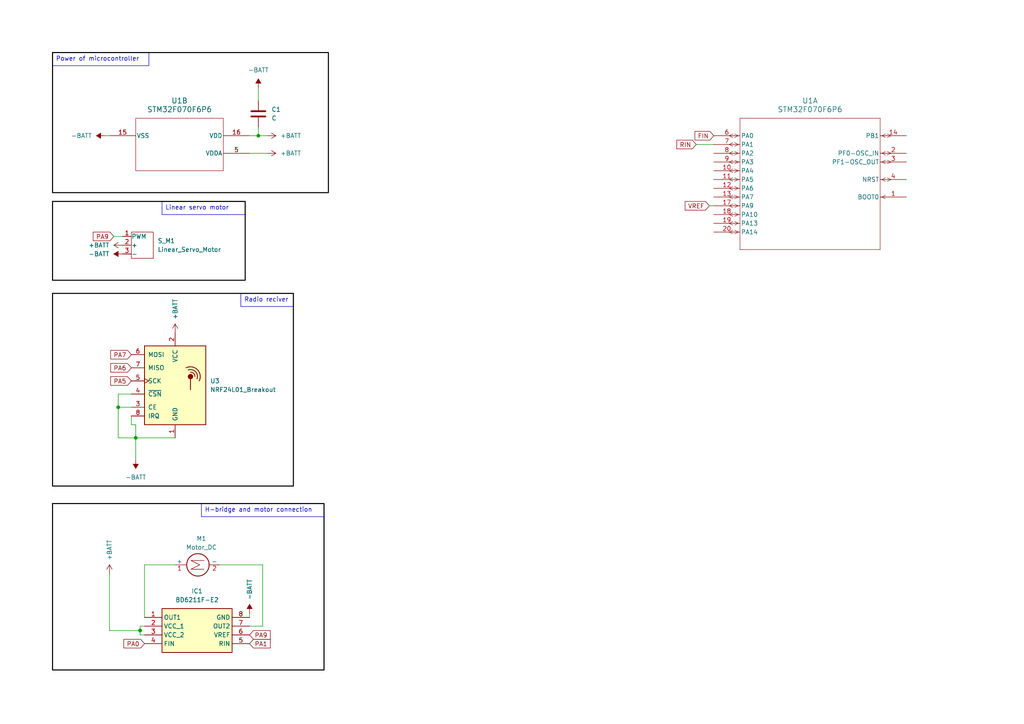
<source format=kicad_sch>
(kicad_sch (version 20230121) (generator eeschema)

  (uuid 0b835094-f9c0-45ab-a312-d1f27d043c8e)

  (paper "A4")

  (lib_symbols
    (symbol "2023-11-22_23-54-19:STM32F070F6P6" (pin_names (offset 0.254)) (in_bom yes) (on_board yes)
      (property "Reference" "U" (at 27.94 10.16 0)
        (effects (font (size 1.524 1.524)))
      )
      (property "Value" "STM32F070F6P6" (at 27.94 7.62 0)
        (effects (font (size 1.524 1.524)))
      )
      (property "Footprint" "TSSOP20" (at 0 0 0)
        (effects (font (size 1.27 1.27) italic) hide)
      )
      (property "Datasheet" "STM32F070F6P6" (at 0 0 0)
        (effects (font (size 1.27 1.27) italic) hide)
      )
      (property "ki_locked" "" (at 0 0 0)
        (effects (font (size 1.27 1.27)))
      )
      (property "ki_keywords" "STM32F070F6P6" (at 0 0 0)
        (effects (font (size 1.27 1.27)) hide)
      )
      (property "ki_fp_filters" "TSSOP20 TSSOP20-M TSSOP20-L" (at 0 0 0)
        (effects (font (size 1.27 1.27)) hide)
      )
      (symbol "STM32F070F6P6_1_1"
        (polyline
          (pts
            (xy 5.5372 -28.4607)
            (xy 4.4958 -27.94)
          )
          (stroke (width 0.127) (type default))
          (fill (type none))
        )
        (polyline
          (pts
            (xy 5.5372 -27.4193)
            (xy 4.4958 -27.94)
          )
          (stroke (width 0.127) (type default))
          (fill (type none))
        )
        (polyline
          (pts
            (xy 5.5372 -25.9207)
            (xy 4.4958 -25.4)
          )
          (stroke (width 0.127) (type default))
          (fill (type none))
        )
        (polyline
          (pts
            (xy 5.5372 -24.8793)
            (xy 4.4958 -25.4)
          )
          (stroke (width 0.127) (type default))
          (fill (type none))
        )
        (polyline
          (pts
            (xy 5.5372 -23.3807)
            (xy 4.4958 -22.86)
          )
          (stroke (width 0.127) (type default))
          (fill (type none))
        )
        (polyline
          (pts
            (xy 5.5372 -22.3393)
            (xy 4.4958 -22.86)
          )
          (stroke (width 0.127) (type default))
          (fill (type none))
        )
        (polyline
          (pts
            (xy 5.5372 -20.8407)
            (xy 4.4958 -20.32)
          )
          (stroke (width 0.127) (type default))
          (fill (type none))
        )
        (polyline
          (pts
            (xy 5.5372 -19.7993)
            (xy 4.4958 -20.32)
          )
          (stroke (width 0.127) (type default))
          (fill (type none))
        )
        (polyline
          (pts
            (xy 5.5372 -18.3007)
            (xy 4.4958 -17.78)
          )
          (stroke (width 0.127) (type default))
          (fill (type none))
        )
        (polyline
          (pts
            (xy 5.5372 -17.2593)
            (xy 4.4958 -17.78)
          )
          (stroke (width 0.127) (type default))
          (fill (type none))
        )
        (polyline
          (pts
            (xy 5.5372 -15.7607)
            (xy 4.4958 -15.24)
          )
          (stroke (width 0.127) (type default))
          (fill (type none))
        )
        (polyline
          (pts
            (xy 5.5372 -14.7193)
            (xy 4.4958 -15.24)
          )
          (stroke (width 0.127) (type default))
          (fill (type none))
        )
        (polyline
          (pts
            (xy 5.5372 -13.2207)
            (xy 4.4958 -12.7)
          )
          (stroke (width 0.127) (type default))
          (fill (type none))
        )
        (polyline
          (pts
            (xy 5.5372 -12.1793)
            (xy 4.4958 -12.7)
          )
          (stroke (width 0.127) (type default))
          (fill (type none))
        )
        (polyline
          (pts
            (xy 5.5372 -10.6807)
            (xy 4.4958 -10.16)
          )
          (stroke (width 0.127) (type default))
          (fill (type none))
        )
        (polyline
          (pts
            (xy 5.5372 -9.6393)
            (xy 4.4958 -10.16)
          )
          (stroke (width 0.127) (type default))
          (fill (type none))
        )
        (polyline
          (pts
            (xy 5.5372 -8.1407)
            (xy 4.4958 -7.62)
          )
          (stroke (width 0.127) (type default))
          (fill (type none))
        )
        (polyline
          (pts
            (xy 5.5372 -7.0993)
            (xy 4.4958 -7.62)
          )
          (stroke (width 0.127) (type default))
          (fill (type none))
        )
        (polyline
          (pts
            (xy 5.5372 -5.6007)
            (xy 4.4958 -5.08)
          )
          (stroke (width 0.127) (type default))
          (fill (type none))
        )
        (polyline
          (pts
            (xy 5.5372 -4.5593)
            (xy 4.4958 -5.08)
          )
          (stroke (width 0.127) (type default))
          (fill (type none))
        )
        (polyline
          (pts
            (xy 5.5372 -3.0607)
            (xy 4.4958 -2.54)
          )
          (stroke (width 0.127) (type default))
          (fill (type none))
        )
        (polyline
          (pts
            (xy 5.5372 -2.0193)
            (xy 4.4958 -2.54)
          )
          (stroke (width 0.127) (type default))
          (fill (type none))
        )
        (polyline
          (pts
            (xy 5.5372 -0.5207)
            (xy 4.4958 0)
          )
          (stroke (width 0.127) (type default))
          (fill (type none))
        )
        (polyline
          (pts
            (xy 5.5372 0.5207)
            (xy 4.4958 0)
          )
          (stroke (width 0.127) (type default))
          (fill (type none))
        )
        (polyline
          (pts
            (xy 7.0993 -27.94)
            (xy 6.0579 -28.4607)
          )
          (stroke (width 0.127) (type default))
          (fill (type none))
        )
        (polyline
          (pts
            (xy 7.0993 -27.94)
            (xy 6.0579 -27.4193)
          )
          (stroke (width 0.127) (type default))
          (fill (type none))
        )
        (polyline
          (pts
            (xy 7.0993 -25.4)
            (xy 6.0579 -25.9207)
          )
          (stroke (width 0.127) (type default))
          (fill (type none))
        )
        (polyline
          (pts
            (xy 7.0993 -25.4)
            (xy 6.0579 -24.8793)
          )
          (stroke (width 0.127) (type default))
          (fill (type none))
        )
        (polyline
          (pts
            (xy 7.0993 -22.86)
            (xy 6.0579 -23.3807)
          )
          (stroke (width 0.127) (type default))
          (fill (type none))
        )
        (polyline
          (pts
            (xy 7.0993 -22.86)
            (xy 6.0579 -22.3393)
          )
          (stroke (width 0.127) (type default))
          (fill (type none))
        )
        (polyline
          (pts
            (xy 7.0993 -20.32)
            (xy 6.0579 -20.8407)
          )
          (stroke (width 0.127) (type default))
          (fill (type none))
        )
        (polyline
          (pts
            (xy 7.0993 -20.32)
            (xy 6.0579 -19.7993)
          )
          (stroke (width 0.127) (type default))
          (fill (type none))
        )
        (polyline
          (pts
            (xy 7.0993 -17.78)
            (xy 6.0579 -18.3007)
          )
          (stroke (width 0.127) (type default))
          (fill (type none))
        )
        (polyline
          (pts
            (xy 7.0993 -17.78)
            (xy 6.0579 -17.2593)
          )
          (stroke (width 0.127) (type default))
          (fill (type none))
        )
        (polyline
          (pts
            (xy 7.0993 -15.24)
            (xy 6.0579 -15.7607)
          )
          (stroke (width 0.127) (type default))
          (fill (type none))
        )
        (polyline
          (pts
            (xy 7.0993 -15.24)
            (xy 6.0579 -14.7193)
          )
          (stroke (width 0.127) (type default))
          (fill (type none))
        )
        (polyline
          (pts
            (xy 7.0993 -12.7)
            (xy 6.0579 -13.2207)
          )
          (stroke (width 0.127) (type default))
          (fill (type none))
        )
        (polyline
          (pts
            (xy 7.0993 -12.7)
            (xy 6.0579 -12.1793)
          )
          (stroke (width 0.127) (type default))
          (fill (type none))
        )
        (polyline
          (pts
            (xy 7.0993 -10.16)
            (xy 6.0579 -10.6807)
          )
          (stroke (width 0.127) (type default))
          (fill (type none))
        )
        (polyline
          (pts
            (xy 7.0993 -10.16)
            (xy 6.0579 -9.6393)
          )
          (stroke (width 0.127) (type default))
          (fill (type none))
        )
        (polyline
          (pts
            (xy 7.0993 -7.62)
            (xy 6.0579 -8.1407)
          )
          (stroke (width 0.127) (type default))
          (fill (type none))
        )
        (polyline
          (pts
            (xy 7.0993 -7.62)
            (xy 6.0579 -7.0993)
          )
          (stroke (width 0.127) (type default))
          (fill (type none))
        )
        (polyline
          (pts
            (xy 7.0993 -5.08)
            (xy 6.0579 -5.6007)
          )
          (stroke (width 0.127) (type default))
          (fill (type none))
        )
        (polyline
          (pts
            (xy 7.0993 -5.08)
            (xy 6.0579 -4.5593)
          )
          (stroke (width 0.127) (type default))
          (fill (type none))
        )
        (polyline
          (pts
            (xy 7.0993 -2.54)
            (xy 6.0579 -3.0607)
          )
          (stroke (width 0.127) (type default))
          (fill (type none))
        )
        (polyline
          (pts
            (xy 7.0993 -2.54)
            (xy 6.0579 -2.0193)
          )
          (stroke (width 0.127) (type default))
          (fill (type none))
        )
        (polyline
          (pts
            (xy 7.0993 0)
            (xy 6.0579 -0.5207)
          )
          (stroke (width 0.127) (type default))
          (fill (type none))
        )
        (polyline
          (pts
            (xy 7.0993 0)
            (xy 6.0579 0.5207)
          )
          (stroke (width 0.127) (type default))
          (fill (type none))
        )
        (polyline
          (pts
            (xy 7.62 -33.02)
            (xy 48.26 -33.02)
          )
          (stroke (width 0.127) (type default))
          (fill (type none))
        )
        (polyline
          (pts
            (xy 7.62 5.08)
            (xy 7.62 -33.02)
          )
          (stroke (width 0.127) (type default))
          (fill (type none))
        )
        (polyline
          (pts
            (xy 48.26 -33.02)
            (xy 48.26 5.08)
          )
          (stroke (width 0.127) (type default))
          (fill (type none))
        )
        (polyline
          (pts
            (xy 48.26 5.08)
            (xy 7.62 5.08)
          )
          (stroke (width 0.127) (type default))
          (fill (type none))
        )
        (polyline
          (pts
            (xy 48.7807 -17.78)
            (xy 49.8221 -18.3007)
          )
          (stroke (width 0.127) (type default))
          (fill (type none))
        )
        (polyline
          (pts
            (xy 48.7807 -17.78)
            (xy 49.8221 -17.2593)
          )
          (stroke (width 0.127) (type default))
          (fill (type none))
        )
        (polyline
          (pts
            (xy 48.7807 -12.7)
            (xy 49.8221 -13.2207)
          )
          (stroke (width 0.127) (type default))
          (fill (type none))
        )
        (polyline
          (pts
            (xy 48.7807 -12.7)
            (xy 49.8221 -12.1793)
          )
          (stroke (width 0.127) (type default))
          (fill (type none))
        )
        (polyline
          (pts
            (xy 48.7807 -7.62)
            (xy 49.8221 -8.1407)
          )
          (stroke (width 0.127) (type default))
          (fill (type none))
        )
        (polyline
          (pts
            (xy 48.7807 -7.62)
            (xy 49.8221 -7.0993)
          )
          (stroke (width 0.127) (type default))
          (fill (type none))
        )
        (polyline
          (pts
            (xy 48.7807 -5.08)
            (xy 49.8221 -5.6007)
          )
          (stroke (width 0.127) (type default))
          (fill (type none))
        )
        (polyline
          (pts
            (xy 48.7807 -5.08)
            (xy 49.8221 -4.5593)
          )
          (stroke (width 0.127) (type default))
          (fill (type none))
        )
        (polyline
          (pts
            (xy 48.7807 0)
            (xy 49.8221 -0.5207)
          )
          (stroke (width 0.127) (type default))
          (fill (type none))
        )
        (polyline
          (pts
            (xy 48.7807 0)
            (xy 49.8221 0.5207)
          )
          (stroke (width 0.127) (type default))
          (fill (type none))
        )
        (polyline
          (pts
            (xy 50.3428 -13.2207)
            (xy 51.3842 -12.7)
          )
          (stroke (width 0.127) (type default))
          (fill (type none))
        )
        (polyline
          (pts
            (xy 50.3428 -12.1793)
            (xy 51.3842 -12.7)
          )
          (stroke (width 0.127) (type default))
          (fill (type none))
        )
        (polyline
          (pts
            (xy 50.3428 -8.1407)
            (xy 51.3842 -7.62)
          )
          (stroke (width 0.127) (type default))
          (fill (type none))
        )
        (polyline
          (pts
            (xy 50.3428 -7.0993)
            (xy 51.3842 -7.62)
          )
          (stroke (width 0.127) (type default))
          (fill (type none))
        )
        (polyline
          (pts
            (xy 50.3428 -5.6007)
            (xy 51.3842 -5.08)
          )
          (stroke (width 0.127) (type default))
          (fill (type none))
        )
        (polyline
          (pts
            (xy 50.3428 -4.5593)
            (xy 51.3842 -5.08)
          )
          (stroke (width 0.127) (type default))
          (fill (type none))
        )
        (polyline
          (pts
            (xy 50.3428 -0.5207)
            (xy 51.3842 0)
          )
          (stroke (width 0.127) (type default))
          (fill (type none))
        )
        (polyline
          (pts
            (xy 50.3428 0.5207)
            (xy 51.3842 0)
          )
          (stroke (width 0.127) (type default))
          (fill (type none))
        )
        (pin input line (at 55.88 -17.78 180) (length 7.62)
          (name "BOOT0" (effects (font (size 1.27 1.27))))
          (number "1" (effects (font (size 1.27 1.27))))
        )
        (pin bidirectional line (at 0 -10.16 0) (length 7.62)
          (name "PA4" (effects (font (size 1.27 1.27))))
          (number "10" (effects (font (size 1.27 1.27))))
        )
        (pin bidirectional line (at 0 -12.7 0) (length 7.62)
          (name "PA5" (effects (font (size 1.27 1.27))))
          (number "11" (effects (font (size 1.27 1.27))))
        )
        (pin bidirectional line (at 0 -15.24 0) (length 7.62)
          (name "PA6" (effects (font (size 1.27 1.27))))
          (number "12" (effects (font (size 1.27 1.27))))
        )
        (pin bidirectional line (at 0 -17.78 0) (length 7.62)
          (name "PA7" (effects (font (size 1.27 1.27))))
          (number "13" (effects (font (size 1.27 1.27))))
        )
        (pin bidirectional line (at 55.88 0 180) (length 7.62)
          (name "PB1" (effects (font (size 1.27 1.27))))
          (number "14" (effects (font (size 1.27 1.27))))
        )
        (pin bidirectional line (at 0 -20.32 0) (length 7.62)
          (name "PA9" (effects (font (size 1.27 1.27))))
          (number "17" (effects (font (size 1.27 1.27))))
        )
        (pin bidirectional line (at 0 -22.86 0) (length 7.62)
          (name "PA10" (effects (font (size 1.27 1.27))))
          (number "18" (effects (font (size 1.27 1.27))))
        )
        (pin bidirectional line (at 0 -25.4 0) (length 7.62)
          (name "PA13" (effects (font (size 1.27 1.27))))
          (number "19" (effects (font (size 1.27 1.27))))
        )
        (pin bidirectional line (at 55.88 -5.08 180) (length 7.62)
          (name "PF0-OSC_IN" (effects (font (size 1.27 1.27))))
          (number "2" (effects (font (size 1.27 1.27))))
        )
        (pin bidirectional line (at 0 -27.94 0) (length 7.62)
          (name "PA14" (effects (font (size 1.27 1.27))))
          (number "20" (effects (font (size 1.27 1.27))))
        )
        (pin bidirectional line (at 55.88 -7.62 180) (length 7.62)
          (name "PF1-OSC_OUT" (effects (font (size 1.27 1.27))))
          (number "3" (effects (font (size 1.27 1.27))))
        )
        (pin bidirectional line (at 55.88 -12.7 180) (length 7.62)
          (name "NRST" (effects (font (size 1.27 1.27))))
          (number "4" (effects (font (size 1.27 1.27))))
        )
        (pin bidirectional line (at 0 0 0) (length 7.62)
          (name "PA0" (effects (font (size 1.27 1.27))))
          (number "6" (effects (font (size 1.27 1.27))))
        )
        (pin bidirectional line (at 0 -2.54 0) (length 7.62)
          (name "PA1" (effects (font (size 1.27 1.27))))
          (number "7" (effects (font (size 1.27 1.27))))
        )
        (pin bidirectional line (at 0 -5.08 0) (length 7.62)
          (name "PA2" (effects (font (size 1.27 1.27))))
          (number "8" (effects (font (size 1.27 1.27))))
        )
        (pin bidirectional line (at 0 -7.62 0) (length 7.62)
          (name "PA3" (effects (font (size 1.27 1.27))))
          (number "9" (effects (font (size 1.27 1.27))))
        )
      )
      (symbol "STM32F070F6P6_2_1"
        (polyline
          (pts
            (xy 7.62 -10.16)
            (xy 33.02 -10.16)
          )
          (stroke (width 0.127) (type default))
          (fill (type none))
        )
        (polyline
          (pts
            (xy 7.62 5.08)
            (xy 7.62 -10.16)
          )
          (stroke (width 0.127) (type default))
          (fill (type none))
        )
        (polyline
          (pts
            (xy 33.02 -10.16)
            (xy 33.02 5.08)
          )
          (stroke (width 0.127) (type default))
          (fill (type none))
        )
        (polyline
          (pts
            (xy 33.02 5.08)
            (xy 7.62 5.08)
          )
          (stroke (width 0.127) (type default))
          (fill (type none))
        )
        (pin power_in line (at 0 0 0) (length 7.62)
          (name "VSS" (effects (font (size 1.27 1.27))))
          (number "15" (effects (font (size 1.27 1.27))))
        )
        (pin power_in line (at 40.64 0 180) (length 7.62)
          (name "VDD" (effects (font (size 1.27 1.27))))
          (number "16" (effects (font (size 1.27 1.27))))
        )
        (pin power_in line (at 40.64 -5.08 180) (length 7.62)
          (name "VDDA" (effects (font (size 1.27 1.27))))
          (number "5" (effects (font (size 1.27 1.27))))
        )
      )
    )
    (symbol "Device:C" (pin_numbers hide) (pin_names (offset 0.254)) (in_bom yes) (on_board yes)
      (property "Reference" "C" (at 0.635 2.54 0)
        (effects (font (size 1.27 1.27)) (justify left))
      )
      (property "Value" "C" (at 0.635 -2.54 0)
        (effects (font (size 1.27 1.27)) (justify left))
      )
      (property "Footprint" "" (at 0.9652 -3.81 0)
        (effects (font (size 1.27 1.27)) hide)
      )
      (property "Datasheet" "~" (at 0 0 0)
        (effects (font (size 1.27 1.27)) hide)
      )
      (property "ki_keywords" "cap capacitor" (at 0 0 0)
        (effects (font (size 1.27 1.27)) hide)
      )
      (property "ki_description" "Unpolarized capacitor" (at 0 0 0)
        (effects (font (size 1.27 1.27)) hide)
      )
      (property "ki_fp_filters" "C_*" (at 0 0 0)
        (effects (font (size 1.27 1.27)) hide)
      )
      (symbol "C_0_1"
        (polyline
          (pts
            (xy -2.032 -0.762)
            (xy 2.032 -0.762)
          )
          (stroke (width 0.508) (type default))
          (fill (type none))
        )
        (polyline
          (pts
            (xy -2.032 0.762)
            (xy 2.032 0.762)
          )
          (stroke (width 0.508) (type default))
          (fill (type none))
        )
      )
      (symbol "C_1_1"
        (pin passive line (at 0 3.81 270) (length 2.794)
          (name "~" (effects (font (size 1.27 1.27))))
          (number "1" (effects (font (size 1.27 1.27))))
        )
        (pin passive line (at 0 -3.81 90) (length 2.794)
          (name "~" (effects (font (size 1.27 1.27))))
          (number "2" (effects (font (size 1.27 1.27))))
        )
      )
    )
    (symbol "Motor:Motor_DC" (pin_names (offset 0)) (in_bom yes) (on_board yes)
      (property "Reference" "M" (at 2.54 2.54 0)
        (effects (font (size 1.27 1.27)) (justify left))
      )
      (property "Value" "Motor_DC" (at 2.54 -5.08 0)
        (effects (font (size 1.27 1.27)) (justify left top))
      )
      (property "Footprint" "" (at 0 -2.286 0)
        (effects (font (size 1.27 1.27)) hide)
      )
      (property "Datasheet" "~" (at 0 -2.286 0)
        (effects (font (size 1.27 1.27)) hide)
      )
      (property "ki_keywords" "DC Motor" (at 0 0 0)
        (effects (font (size 1.27 1.27)) hide)
      )
      (property "ki_description" "DC Motor" (at 0 0 0)
        (effects (font (size 1.27 1.27)) hide)
      )
      (property "ki_fp_filters" "PinHeader*P2.54mm* TerminalBlock*" (at 0 0 0)
        (effects (font (size 1.27 1.27)) hide)
      )
      (symbol "Motor_DC_0_0"
        (polyline
          (pts
            (xy -1.27 -3.302)
            (xy -1.27 0.508)
            (xy 0 -2.032)
            (xy 1.27 0.508)
            (xy 1.27 -3.302)
          )
          (stroke (width 0) (type default))
          (fill (type none))
        )
      )
      (symbol "Motor_DC_0_1"
        (circle (center 0 -1.524) (radius 3.2512)
          (stroke (width 0.254) (type default))
          (fill (type none))
        )
        (polyline
          (pts
            (xy 0 -7.62)
            (xy 0 -7.112)
          )
          (stroke (width 0) (type default))
          (fill (type none))
        )
        (polyline
          (pts
            (xy 0 -4.7752)
            (xy 0 -5.1816)
          )
          (stroke (width 0) (type default))
          (fill (type none))
        )
        (polyline
          (pts
            (xy 0 1.7272)
            (xy 0 2.0828)
          )
          (stroke (width 0) (type default))
          (fill (type none))
        )
        (polyline
          (pts
            (xy 0 2.032)
            (xy 0 2.54)
          )
          (stroke (width 0) (type default))
          (fill (type none))
        )
      )
      (symbol "Motor_DC_1_1"
        (pin passive line (at 0 5.08 270) (length 2.54)
          (name "+" (effects (font (size 1.27 1.27))))
          (number "1" (effects (font (size 1.27 1.27))))
        )
        (pin passive line (at 0 -7.62 90) (length 2.54)
          (name "-" (effects (font (size 1.27 1.27))))
          (number "2" (effects (font (size 1.27 1.27))))
        )
      )
    )
    (symbol "Motor:Motor_Servo" (pin_names (offset 0.0254)) (in_bom yes) (on_board yes)
      (property "Reference" "S_M" (at -3.81 7.62 0)
        (effects (font (size 1.27 1.27)) (justify left))
      )
      (property "Value" "Linear_Servo_Motor" (at -13.97 -3.81 0)
        (effects (font (size 1.27 1.27)) (justify left top))
      )
      (property "Footprint" "" (at 0 -3.556 0)
        (effects (font (size 1.27 1.27)) hide)
      )
      (property "Datasheet" "" (at 0 -3.556 0)
        (effects (font (size 1.27 1.27)) hide)
      )
      (property "ki_keywords" "Servo Motor" (at 0 0 0)
        (effects (font (size 1.27 1.27)) hide)
      )
      (property "ki_description" "Servo Motor (Futaba, HiTec, JR connector)" (at 0 0 0)
        (effects (font (size 1.27 1.27)) hide)
      )
      (property "ki_fp_filters" "PinHeader*P2.54mm*" (at 0 0 0)
        (effects (font (size 1.27 1.27)) hide)
      )
      (symbol "Motor_Servo_0_1"
        (polyline
          (pts
            (xy -5.08 3.81)
            (xy -5.08 5.08)
            (xy 1.27 5.08)
            (xy 1.27 -2.54)
            (xy -5.08 -2.54)
            (xy -5.08 3.81)
          )
          (stroke (width 0) (type default))
          (fill (type none))
        )
      )
      (symbol "Motor_Servo_1_1"
        (pin passive line (at -7.62 3.81 0) (length 2.54)
          (name "PWM" (effects (font (size 1.27 1.27))))
          (number "1" (effects (font (size 1.27 1.27))))
        )
        (pin passive line (at -7.62 1.27 0) (length 2.54)
          (name "+" (effects (font (size 1.27 1.27))))
          (number "2" (effects (font (size 1.27 1.27))))
        )
        (pin passive line (at -7.62 -1.27 0) (length 2.54)
          (name "-" (effects (font (size 1.27 1.27))))
          (number "3" (effects (font (size 1.27 1.27))))
        )
      )
    )
    (symbol "NRF24L01_Breakout_1" (pin_names (offset 1.016)) (in_bom yes) (on_board yes)
      (property "Reference" "U2" (at 10.16 1.27 0)
        (effects (font (size 1.27 1.27)) (justify left))
      )
      (property "Value" "NRF24L01_Breakout" (at 10.16 -1.27 0)
        (effects (font (size 1.27 1.27)) (justify left))
      )
      (property "Footprint" "RF_Module:nRF24L01_Breakout" (at 3.81 15.24 0)
        (effects (font (size 1.27 1.27) italic) (justify left) hide)
      )
      (property "Datasheet" "http://www.nordicsemi.com/eng/content/download/2730/34105/file/nRF24L01_Product_Specification_v2_0.pdf" (at 0 -2.54 0)
        (effects (font (size 1.27 1.27)) hide)
      )
      (property "ki_keywords" "Low Power RF Transceiver breakout carrier" (at 0 0 0)
        (effects (font (size 1.27 1.27)) hide)
      )
      (property "ki_description" "Ultra low power 2.4GHz RF Transceiver, Carrier PCB" (at 0 0 0)
        (effects (font (size 1.27 1.27)) hide)
      )
      (property "ki_fp_filters" "nRF24L01*Breakout*" (at 0 0 0)
        (effects (font (size 1.27 1.27)) hide)
      )
      (symbol "NRF24L01_Breakout_1_0_1"
        (rectangle (start -8.89 11.43) (end 8.89 -11.43)
          (stroke (width 0.254) (type default))
          (fill (type background))
        )
        (polyline
          (pts
            (xy 4.445 1.905)
            (xy 4.445 -1.27)
          )
          (stroke (width 0.254) (type default))
          (fill (type none))
        )
        (circle (center 4.445 2.54) (radius 0.635)
          (stroke (width 0.254) (type default))
          (fill (type outline))
        )
        (arc (start 5.715 2.54) (mid 5.3521 3.4546) (end 4.445 3.81)
          (stroke (width 0.254) (type default))
          (fill (type none))
        )
        (arc (start 6.35 1.905) (mid 5.8763 3.9854) (end 3.81 4.445)
          (stroke (width 0.254) (type default))
          (fill (type none))
        )
        (arc (start 6.985 1.27) (mid 6.453 4.548) (end 3.175 5.08)
          (stroke (width 0.254) (type default))
          (fill (type none))
        )
      )
      (symbol "NRF24L01_Breakout_1_1_1"
        (pin power_in line (at 0 -15.24 90) (length 3.81)
          (name "GND" (effects (font (size 1.27 1.27))))
          (number "1" (effects (font (size 1.27 1.27))))
        )
        (pin power_in line (at 0 15.24 270) (length 3.81)
          (name "VCC" (effects (font (size 1.27 1.27))))
          (number "2" (effects (font (size 1.27 1.27))))
        )
        (pin input line (at -12.7 -6.35 0) (length 3.81)
          (name "CE" (effects (font (size 1.27 1.27))))
          (number "3" (effects (font (size 1.27 1.27))))
        )
        (pin input line (at -12.7 -2.54 0) (length 3.81)
          (name "~{CSN}" (effects (font (size 1.27 1.27))))
          (number "4" (effects (font (size 1.27 1.27))))
        )
        (pin input clock (at -12.7 1.27 0) (length 3.81)
          (name "SCK" (effects (font (size 1.27 1.27))))
          (number "5" (effects (font (size 1.27 1.27))))
        )
        (pin input line (at -12.7 8.89 0) (length 3.81)
          (name "MOSI" (effects (font (size 1.27 1.27))))
          (number "6" (effects (font (size 1.27 1.27))))
        )
        (pin output line (at -12.7 5.08 0) (length 3.81)
          (name "MISO" (effects (font (size 1.27 1.27))))
          (number "7" (effects (font (size 1.27 1.27))))
        )
        (pin output line (at -12.7 -8.89 0) (length 3.81)
          (name "IRQ" (effects (font (size 1.27 1.27))))
          (number "8" (effects (font (size 1.27 1.27))))
        )
      )
    )
    (symbol "SamacSys_Parts:BD6211F-E2" (in_bom yes) (on_board yes)
      (property "Reference" "IC" (at 26.67 7.62 0)
        (effects (font (size 1.27 1.27)) (justify left top))
      )
      (property "Value" "BD6211F-E2" (at 26.67 5.08 0)
        (effects (font (size 1.27 1.27)) (justify left top))
      )
      (property "Footprint" "SOIC127P620X171-8N" (at 26.67 -94.92 0)
        (effects (font (size 1.27 1.27)) (justify left top) hide)
      )
      (property "Datasheet" "https://datasheet.datasheetarchive.com/originals/distributors/Datasheets_SAMA/9ec5cdfbd612023d7489950ca9dee0a8.pdf" (at 26.67 -194.92 0)
        (effects (font (size 1.27 1.27)) (justify left top) hide)
      )
      (property "Height" "1.71" (at 26.67 -394.92 0)
        (effects (font (size 1.27 1.27)) (justify left top) hide)
      )
      (property "Farnell Part Number" "" (at 26.67 -494.92 0)
        (effects (font (size 1.27 1.27)) (justify left top) hide)
      )
      (property "Farnell Price/Stock" "" (at 26.67 -594.92 0)
        (effects (font (size 1.27 1.27)) (justify left top) hide)
      )
      (property "Manufacturer_Name" "ROHM Semiconductor" (at 26.67 -694.92 0)
        (effects (font (size 1.27 1.27)) (justify left top) hide)
      )
      (property "Manufacturer_Part_Number" "BD6211F-E2" (at 26.67 -794.92 0)
        (effects (font (size 1.27 1.27)) (justify left top) hide)
      )
      (property "ki_description" "ROHM BD6211F-E2, Full Bridge Motor Driver Half-Bridge,, 8-Pin SOP" (at 0 0 0)
        (effects (font (size 1.27 1.27)) hide)
      )
      (symbol "BD6211F-E2_1_1"
        (rectangle (start 5.08 2.54) (end 25.4 -10.16)
          (stroke (width 0.254) (type default))
          (fill (type background))
        )
        (pin passive line (at 0 0 0) (length 5.08)
          (name "OUT1" (effects (font (size 1.27 1.27))))
          (number "1" (effects (font (size 1.27 1.27))))
        )
        (pin passive line (at 0 -2.54 0) (length 5.08)
          (name "VCC_1" (effects (font (size 1.27 1.27))))
          (number "2" (effects (font (size 1.27 1.27))))
        )
        (pin passive line (at 0 -5.08 0) (length 5.08)
          (name "VCC_2" (effects (font (size 1.27 1.27))))
          (number "3" (effects (font (size 1.27 1.27))))
        )
        (pin passive line (at 0 -7.62 0) (length 5.08)
          (name "FIN" (effects (font (size 1.27 1.27))))
          (number "4" (effects (font (size 1.27 1.27))))
        )
        (pin passive line (at 30.48 -7.62 180) (length 5.08)
          (name "RIN" (effects (font (size 1.27 1.27))))
          (number "5" (effects (font (size 1.27 1.27))))
        )
        (pin passive line (at 30.48 -5.08 180) (length 5.08)
          (name "VREF" (effects (font (size 1.27 1.27))))
          (number "6" (effects (font (size 1.27 1.27))))
        )
        (pin passive line (at 30.48 -2.54 180) (length 5.08)
          (name "OUT2" (effects (font (size 1.27 1.27))))
          (number "7" (effects (font (size 1.27 1.27))))
        )
        (pin passive line (at 30.48 0 180) (length 5.08)
          (name "GND" (effects (font (size 1.27 1.27))))
          (number "8" (effects (font (size 1.27 1.27))))
        )
      )
    )
    (symbol "power:+BATT" (power) (pin_names (offset 0)) (in_bom yes) (on_board yes)
      (property "Reference" "#PWR" (at 0 -3.81 0)
        (effects (font (size 1.27 1.27)) hide)
      )
      (property "Value" "+BATT" (at 0 3.556 0)
        (effects (font (size 1.27 1.27)))
      )
      (property "Footprint" "" (at 0 0 0)
        (effects (font (size 1.27 1.27)) hide)
      )
      (property "Datasheet" "" (at 0 0 0)
        (effects (font (size 1.27 1.27)) hide)
      )
      (property "ki_keywords" "global power battery" (at 0 0 0)
        (effects (font (size 1.27 1.27)) hide)
      )
      (property "ki_description" "Power symbol creates a global label with name \"+BATT\"" (at 0 0 0)
        (effects (font (size 1.27 1.27)) hide)
      )
      (symbol "+BATT_0_1"
        (polyline
          (pts
            (xy -0.762 1.27)
            (xy 0 2.54)
          )
          (stroke (width 0) (type default))
          (fill (type none))
        )
        (polyline
          (pts
            (xy 0 0)
            (xy 0 2.54)
          )
          (stroke (width 0) (type default))
          (fill (type none))
        )
        (polyline
          (pts
            (xy 0 2.54)
            (xy 0.762 1.27)
          )
          (stroke (width 0) (type default))
          (fill (type none))
        )
      )
      (symbol "+BATT_1_1"
        (pin power_in line (at 0 0 90) (length 0) hide
          (name "+BATT" (effects (font (size 1.27 1.27))))
          (number "1" (effects (font (size 1.27 1.27))))
        )
      )
    )
    (symbol "power:-BATT" (power) (pin_names (offset 0)) (in_bom yes) (on_board yes)
      (property "Reference" "#PWR" (at 0 -3.81 0)
        (effects (font (size 1.27 1.27)) hide)
      )
      (property "Value" "-BATT" (at 0 3.556 0)
        (effects (font (size 1.27 1.27)))
      )
      (property "Footprint" "" (at 0 0 0)
        (effects (font (size 1.27 1.27)) hide)
      )
      (property "Datasheet" "" (at 0 0 0)
        (effects (font (size 1.27 1.27)) hide)
      )
      (property "ki_keywords" "global power battery" (at 0 0 0)
        (effects (font (size 1.27 1.27)) hide)
      )
      (property "ki_description" "Power symbol creates a global label with name \"-BATT\"" (at 0 0 0)
        (effects (font (size 1.27 1.27)) hide)
      )
      (symbol "-BATT_0_1"
        (polyline
          (pts
            (xy 0 0)
            (xy 0 2.54)
          )
          (stroke (width 0) (type default))
          (fill (type none))
        )
        (polyline
          (pts
            (xy 0.762 1.27)
            (xy -0.762 1.27)
            (xy 0 2.54)
            (xy 0.762 1.27)
          )
          (stroke (width 0) (type default))
          (fill (type outline))
        )
      )
      (symbol "-BATT_1_1"
        (pin power_in line (at 0 0 90) (length 0) hide
          (name "-BATT" (effects (font (size 1.27 1.27))))
          (number "1" (effects (font (size 1.27 1.27))))
        )
      )
    )
  )

  (junction (at 34.29 118.11) (diameter 0) (color 0 0 0 0)
    (uuid 039814c9-6235-4b56-a33c-7d4780702348)
  )
  (junction (at 39.37 127) (diameter 0) (color 0 0 0 0)
    (uuid 926eb74e-f906-4cf9-9530-96c86e9369d1)
  )
  (junction (at 74.93 39.37) (diameter 0) (color 0 0 0 0)
    (uuid f27d25df-022d-49e5-8cf3-1afccf140d46)
  )
  (junction (at 40.64 182.88) (diameter 0) (color 0 0 0 0)
    (uuid fda7a373-2610-4a1f-bd7b-39b5103acf0f)
  )

  (wire (pts (xy 72.39 177.8) (xy 72.39 179.07))
    (stroke (width 0) (type default))
    (uuid 0bf905a8-7a1a-4773-84c7-603c9f6d2423)
  )
  (wire (pts (xy 74.93 39.37) (xy 77.47 39.37))
    (stroke (width 0) (type default))
    (uuid 0f2c51ae-4872-4cc1-aaac-617a343cd1b1)
  )
  (wire (pts (xy 201.93 41.91) (xy 207.01 41.91))
    (stroke (width 0) (type default))
    (uuid 1155b5e8-2099-4c52-886f-c31e99b45ba4)
  )
  (wire (pts (xy 72.39 181.61) (xy 76.2 181.61))
    (stroke (width 0) (type default))
    (uuid 117e532c-0f58-41d8-9f11-16c1edec9f04)
  )
  (wire (pts (xy 38.1 123.19) (xy 39.37 123.19))
    (stroke (width 0) (type default))
    (uuid 13da2002-f3df-48f6-a709-e22225732769)
  )
  (wire (pts (xy 41.91 179.07) (xy 41.91 163.83))
    (stroke (width 0) (type default))
    (uuid 1ff73ff3-45ea-4f5d-9baa-15f5107ed01b)
  )
  (wire (pts (xy 74.93 36.83) (xy 74.93 39.37))
    (stroke (width 0) (type default))
    (uuid 221b4e85-8851-480c-862d-88d8b9cf32b8)
  )
  (wire (pts (xy 34.29 118.11) (xy 34.29 127))
    (stroke (width 0) (type default))
    (uuid 28b8c606-6c35-44f8-9fe5-549ed993c107)
  )
  (wire (pts (xy 38.1 118.11) (xy 34.29 118.11))
    (stroke (width 0) (type default))
    (uuid 2c4019df-2d96-4410-bf26-e99cd394db4a)
  )
  (wire (pts (xy 74.93 25.4) (xy 74.93 29.21))
    (stroke (width 0) (type default))
    (uuid 3001dcc2-5f8d-4bb7-8886-b53e41531118)
  )
  (wire (pts (xy 40.64 184.15) (xy 40.64 182.88))
    (stroke (width 0) (type default))
    (uuid 33c84d47-0ba7-4a82-b80f-b56105293e26)
  )
  (wire (pts (xy 40.64 181.61) (xy 41.91 181.61))
    (stroke (width 0) (type default))
    (uuid 36dc5e7a-0b69-47aa-b9c1-fe0b2df580cf)
  )
  (wire (pts (xy 41.91 184.15) (xy 40.64 184.15))
    (stroke (width 0) (type default))
    (uuid 388b8fcb-d692-4a7c-a1c1-84ad1c5a330a)
  )
  (wire (pts (xy 39.37 123.19) (xy 39.37 127))
    (stroke (width 0) (type default))
    (uuid 3fcba526-6e69-45aa-bd80-2288f400f10b)
  )
  (wire (pts (xy 39.37 127) (xy 39.37 133.35))
    (stroke (width 0) (type default))
    (uuid 400da173-d8c1-474d-98ea-5994bd175b34)
  )
  (wire (pts (xy 40.64 182.88) (xy 40.64 181.61))
    (stroke (width 0) (type default))
    (uuid 486e791d-5cfe-4863-b609-21b4cabc0d72)
  )
  (wire (pts (xy 63.5 163.83) (xy 76.2 163.83))
    (stroke (width 0) (type default))
    (uuid 49cd7dfc-8645-43ed-8620-7bcabd8852c7)
  )
  (wire (pts (xy 72.39 44.45) (xy 77.47 44.45))
    (stroke (width 0) (type default))
    (uuid 5a952f59-47dd-4b31-968e-6cda49cd6e01)
  )
  (wire (pts (xy 38.1 114.3) (xy 34.29 114.3))
    (stroke (width 0) (type default))
    (uuid 63d3c326-31bb-4c2b-baa3-3a24783c3d73)
  )
  (wire (pts (xy 41.91 163.83) (xy 50.8 163.83))
    (stroke (width 0) (type default))
    (uuid 67aaead4-7862-4555-8093-36335f9b2ed4)
  )
  (wire (pts (xy 34.29 127) (xy 39.37 127))
    (stroke (width 0) (type default))
    (uuid 7952e2d9-2654-4831-a3ab-0364fba3208e)
  )
  (wire (pts (xy 38.1 120.65) (xy 38.1 123.19))
    (stroke (width 0) (type default))
    (uuid 7c74ca30-2738-4e20-bab1-1b9509f15b72)
  )
  (wire (pts (xy 33.02 68.58) (xy 35.56 68.58))
    (stroke (width 0) (type default))
    (uuid 8f99c074-224a-422a-8443-82554d9c5282)
  )
  (wire (pts (xy 30.48 39.37) (xy 31.75 39.37))
    (stroke (width 0) (type default))
    (uuid 9c43ca96-9b8c-450c-9cff-0a0435a2a802)
  )
  (wire (pts (xy 76.2 163.83) (xy 76.2 181.61))
    (stroke (width 0) (type default))
    (uuid addee75d-4dc3-4b64-b037-8269e47169e2)
  )
  (wire (pts (xy 31.75 182.88) (xy 40.64 182.88))
    (stroke (width 0) (type default))
    (uuid bb512aed-a7e9-4cc3-8299-8843acca79c4)
  )
  (wire (pts (xy 205.74 59.69) (xy 207.01 59.69))
    (stroke (width 0) (type default))
    (uuid bcd95ca2-182d-4363-b709-cf79c2a74dde)
  )
  (wire (pts (xy 72.39 39.37) (xy 74.93 39.37))
    (stroke (width 0) (type default))
    (uuid bf01accf-de7e-4924-9a82-20e5a35d5497)
  )
  (wire (pts (xy 34.29 114.3) (xy 34.29 118.11))
    (stroke (width 0) (type default))
    (uuid ce517ce1-a527-49cd-b2a7-9c8ffe310ca1)
  )
  (wire (pts (xy 39.37 127) (xy 50.8 127))
    (stroke (width 0) (type default))
    (uuid f8376c40-77f3-42f3-b065-84591cb397f6)
  )
  (wire (pts (xy 31.75 166.37) (xy 31.75 182.88))
    (stroke (width 0) (type default))
    (uuid fcacbaba-c8d4-49f0-b4de-5e0a277af10b)
  )

  (rectangle (start 15.24 58.42) (end 71.12 81.28)
    (stroke (width 0.3) (type default) (color 0 0 0 1))
    (fill (type none))
    (uuid 166c7c2c-6c1c-4295-94c2-151a330fcd90)
  )
  (rectangle (start 15.24 85.09) (end 85.09 140.97)
    (stroke (width 0.3) (type solid) (color 0 0 0 1))
    (fill (type none))
    (uuid 4b97ff54-f441-450c-8484-808f5040cd4e)
  )
  (rectangle (start 15.24 15.24) (end 95.25 55.88)
    (stroke (width 0.3) (type solid) (color 0 0 0 1))
    (fill (type none))
    (uuid 5629be61-f33a-4023-a463-7b383b38599f)
  )
  (rectangle (start 15.24 146.05) (end 93.98 194.31)
    (stroke (width 0.3) (type solid) (color 0 0 0 1))
    (fill (type none))
    (uuid e8436c65-df5a-4503-ad39-fa4c0778d36e)
  )

  (text_box "Radio reciver"
    (at 69.85 85.09 0) (size 15.24 3.81)
    (stroke (width 0) (type default))
    (fill (type none))
    (effects (font (size 1.27 1.27)) (justify left top))
    (uuid 1391a242-2162-4576-8ede-6b0fbb3a5905)
  )
  (text_box "Linear servo motor"
    (at 46.99 58.42 0) (size 24.13 3.81)
    (stroke (width 0) (type default))
    (fill (type none))
    (effects (font (size 1.27 1.27)) (justify left top))
    (uuid 20003768-a11f-4b62-9e04-e059196c74d9)
  )
  (text_box "Power of microcontroller"
    (at 15.24 15.24 0) (size 27.94 3.81)
    (stroke (width 0) (type default))
    (fill (type none))
    (effects (font (size 1.27 1.27)) (justify left top))
    (uuid 55b3f292-9ae0-4d46-a920-e3973eeb6ef4)
  )
  (text_box "H-bridge and motor connection"
    (at 58.42 146.05 0) (size 35.56 3.81)
    (stroke (width 0) (type default))
    (fill (type none))
    (effects (font (size 1.27 1.27)) (justify left top))
    (uuid 77883a48-3578-4597-95b7-b0faaa7b85b2)
  )

  (global_label "PA1" (shape input) (at 72.39 186.69 0) (fields_autoplaced)
    (effects (font (size 1.27 1.27)) (justify left))
    (uuid 11eb0314-a338-49e1-92fe-bbed2cb2312d)
    (property "Intersheetrefs" "${INTERSHEET_REFS}" (at 78.9433 186.69 0)
      (effects (font (size 1.27 1.27)) (justify left) hide)
    )
    (property "Motor Forward" "" (at 72.39 188.8808 0)
      (effects (font (size 1.27 1.27)) (justify left))
    )
  )
  (global_label "PA9" (shape input) (at 33.02 68.58 180) (fields_autoplaced)
    (effects (font (size 1.27 1.27)) (justify right))
    (uuid 3030ccba-864b-4144-b057-616359e901bd)
    (property "Intersheetrefs" "${INTERSHEET_REFS}" (at 26.5461 68.58 0)
      (effects (font (size 1.27 1.27)) (justify right) hide)
    )
  )
  (global_label "PA7" (shape input) (at 38.1 102.87 180) (fields_autoplaced)
    (effects (font (size 1.27 1.27)) (justify right))
    (uuid 499298c0-0ccc-4605-8559-0bff2620ae6c)
    (property "Intersheetrefs" "${INTERSHEET_REFS}" (at 31.5467 102.87 0)
      (effects (font (size 1.27 1.27)) (justify right) hide)
    )
  )
  (global_label "PA9" (shape input) (at 72.39 184.15 0) (fields_autoplaced)
    (effects (font (size 1.27 1.27)) (justify left))
    (uuid 56cfb920-4295-4310-8150-c94c7d52ef51)
    (property "Intersheetrefs" "${INTERSHEET_REFS}" (at 78.9433 184.15 0)
      (effects (font (size 1.27 1.27)) (justify left) hide)
    )
    (property "Motor Speed" "" (at 72.39 186.3408 0)
      (effects (font (size 1.27 1.27)) (justify left))
    )
  )
  (global_label "RIN" (shape input) (at 201.93 41.91 180) (fields_autoplaced)
    (effects (font (size 1.27 1.27)) (justify right))
    (uuid 644f2414-9e38-47b7-b259-271266b20dd5)
    (property "Intersheetrefs" "${INTERSHEET_REFS}" (at 195.7395 41.91 0)
      (effects (font (size 1.27 1.27)) (justify right) hide)
    )
    (property "Motor Reverse" "" (at 201.93 44.1008 0)
      (effects (font (size 1.27 1.27)) (justify right))
    )
  )
  (global_label "PA6" (shape input) (at 38.1 106.68 180) (fields_autoplaced)
    (effects (font (size 1.27 1.27)) (justify right))
    (uuid 669d973c-ee08-40fa-8501-62006773fd70)
    (property "Intersheetrefs" "${INTERSHEET_REFS}" (at 31.5467 106.68 0)
      (effects (font (size 1.27 1.27)) (justify right) hide)
    )
  )
  (global_label "FIN" (shape input) (at 207.01 39.37 180) (fields_autoplaced)
    (effects (font (size 1.27 1.27)) (justify right))
    (uuid 7611ca88-45b6-45e8-a3e8-c23f35a5a7f7)
    (property "Intersheetrefs" "${INTERSHEET_REFS}" (at 201.0009 39.37 0)
      (effects (font (size 1.27 1.27)) (justify right) hide)
    )
    (property "Motor Forward" "" (at 207.01 41.5608 0)
      (effects (font (size 1.27 1.27)) (justify right))
    )
  )
  (global_label "VREF" (shape input) (at 205.74 59.69 180) (fields_autoplaced)
    (effects (font (size 1.27 1.27)) (justify right))
    (uuid 9c70d44d-e029-43f5-9e4e-e4984aaecb72)
    (property "Intersheetrefs" "${INTERSHEET_REFS}" (at 198.1586 59.69 0)
      (effects (font (size 1.27 1.27)) (justify right) hide)
    )
    (property "Motor Speed" "" (at 205.74 61.8808 0)
      (effects (font (size 1.27 1.27)) (justify right))
    )
  )
  (global_label "PA5" (shape input) (at 38.1 110.49 180) (fields_autoplaced)
    (effects (font (size 1.27 1.27)) (justify right))
    (uuid cf525960-1f8d-4595-8af9-f0d9dd12a7fb)
    (property "Intersheetrefs" "${INTERSHEET_REFS}" (at 31.5467 110.49 0)
      (effects (font (size 1.27 1.27)) (justify right) hide)
    )
  )
  (global_label "PA0" (shape input) (at 41.91 186.69 180) (fields_autoplaced)
    (effects (font (size 1.27 1.27)) (justify right))
    (uuid e2b0e57d-6342-4f6e-8498-9f3f23876b74)
    (property "Intersheetrefs" "${INTERSHEET_REFS}" (at 35.3567 186.69 0)
      (effects (font (size 1.27 1.27)) (justify right) hide)
    )
    (property "Motor Forward" "" (at 41.91 188.8808 0)
      (effects (font (size 1.27 1.27)) (justify right))
    )
  )

  (symbol (lib_id "power:-BATT") (at 35.56 73.66 90) (unit 1)
    (in_bom yes) (on_board yes) (dnp no) (fields_autoplaced)
    (uuid 07f12f2b-10ad-416c-ab88-62bd7bb4a620)
    (property "Reference" "#PWR010" (at 39.37 73.66 0)
      (effects (font (size 1.27 1.27)) hide)
    )
    (property "Value" "-BATT" (at 31.75 73.66 90)
      (effects (font (size 1.27 1.27)) (justify left))
    )
    (property "Footprint" "" (at 35.56 73.66 0)
      (effects (font (size 1.27 1.27)) hide)
    )
    (property "Datasheet" "" (at 35.56 73.66 0)
      (effects (font (size 1.27 1.27)) hide)
    )
    (pin "1" (uuid 056051bc-c96e-46bd-ac4d-aaede8b2d362))
    (instances
      (project "rc_hotwheels"
        (path "/0b835094-f9c0-45ab-a312-d1f27d043c8e"
          (reference "#PWR010") (unit 1)
        )
      )
    )
  )

  (symbol (lib_name "NRF24L01_Breakout_1") (lib_id "RF:NRF24L01_Breakout") (at 50.8 111.76 0) (unit 1)
    (in_bom yes) (on_board yes) (dnp no) (fields_autoplaced)
    (uuid 103aba5f-a9bc-4516-83f3-ff8c589951f5)
    (property "Reference" "U3" (at 60.96 110.49 0)
      (effects (font (size 1.27 1.27)) (justify left))
    )
    (property "Value" "NRF24L01_Breakout" (at 60.96 113.03 0)
      (effects (font (size 1.27 1.27)) (justify left))
    )
    (property "Footprint" "RF_Module:nRF24L01_Breakout" (at 54.61 96.52 0)
      (effects (font (size 1.27 1.27) italic) (justify left) hide)
    )
    (property "Datasheet" "http://www.nordicsemi.com/eng/content/download/2730/34105/file/nRF24L01_Product_Specification_v2_0.pdf" (at 50.8 114.3 0)
      (effects (font (size 1.27 1.27)) hide)
    )
    (pin "1" (uuid e9180d50-e95c-4bde-a295-08005cfb245c))
    (pin "2" (uuid cfa71da0-2af4-45a1-8a35-fdc197e6b07a))
    (pin "3" (uuid eaf9ef2c-5411-4cff-92e6-79488d55c486))
    (pin "4" (uuid 817568c4-29c2-4123-8a7a-227485934941))
    (pin "5" (uuid 47227778-f4ba-4749-aaa3-0e7123e4e596))
    (pin "6" (uuid 8486dbb4-5fbe-4df4-a440-942c969d1d65))
    (pin "7" (uuid e97fbc4b-41d4-4310-b384-092649f499d5))
    (pin "8" (uuid 19a11a6e-2c2f-4136-a6ed-48ce5b26b7f4))
    (instances
      (project "rc_hotwheels"
        (path "/0b835094-f9c0-45ab-a312-d1f27d043c8e"
          (reference "U3") (unit 1)
        )
      )
    )
  )

  (symbol (lib_id "power:+BATT") (at 77.47 44.45 270) (unit 1)
    (in_bom yes) (on_board yes) (dnp no)
    (uuid 30676ba9-67e4-482a-8b04-b24de9414163)
    (property "Reference" "#PWR03" (at 73.66 44.45 0)
      (effects (font (size 1.27 1.27)) hide)
    )
    (property "Value" "+BATT" (at 81.28 44.45 90)
      (effects (font (size 1.27 1.27)) (justify left))
    )
    (property "Footprint" "" (at 77.47 44.45 0)
      (effects (font (size 1.27 1.27)) hide)
    )
    (property "Datasheet" "" (at 77.47 44.45 0)
      (effects (font (size 1.27 1.27)) hide)
    )
    (pin "1" (uuid e2b36210-bd07-4e54-ade3-eee71cdd3923))
    (instances
      (project "rc_hotwheels"
        (path "/0b835094-f9c0-45ab-a312-d1f27d043c8e"
          (reference "#PWR03") (unit 1)
        )
      )
    )
  )

  (symbol (lib_id "power:+BATT") (at 50.8 96.52 0) (unit 1)
    (in_bom yes) (on_board yes) (dnp no)
    (uuid 31a337d1-0c63-4385-9d82-594dc66d4191)
    (property "Reference" "#PWR06" (at 50.8 100.33 0)
      (effects (font (size 1.27 1.27)) hide)
    )
    (property "Value" "+BATT" (at 50.8 92.71 90)
      (effects (font (size 1.27 1.27)) (justify left))
    )
    (property "Footprint" "" (at 50.8 96.52 0)
      (effects (font (size 1.27 1.27)) hide)
    )
    (property "Datasheet" "" (at 50.8 96.52 0)
      (effects (font (size 1.27 1.27)) hide)
    )
    (pin "1" (uuid 0abe2340-76c1-4a1a-87f2-7cd075bca778))
    (instances
      (project "rc_hotwheels"
        (path "/0b835094-f9c0-45ab-a312-d1f27d043c8e"
          (reference "#PWR06") (unit 1)
        )
      )
    )
  )

  (symbol (lib_id "2023-11-22_23-54-19:STM32F070F6P6") (at 31.75 39.37 0) (unit 2)
    (in_bom yes) (on_board yes) (dnp no) (fields_autoplaced)
    (uuid 6e94eddc-0eb4-440b-8aad-068522079bff)
    (property "Reference" "U1" (at 52.07 29.21 0)
      (effects (font (size 1.524 1.524)))
    )
    (property "Value" "STM32F070F6P6" (at 52.07 31.75 0)
      (effects (font (size 1.524 1.524)))
    )
    (property "Footprint" "TSSOP20" (at 31.75 39.37 0)
      (effects (font (size 1.27 1.27) italic) hide)
    )
    (property "Datasheet" "STM32F070F6P6" (at 31.75 39.37 0)
      (effects (font (size 1.27 1.27) italic) hide)
    )
    (pin "1" (uuid 52423519-5550-4cc0-a70a-1065a06e0d02))
    (pin "10" (uuid 53743ede-8eda-4e09-b1ac-f94155b3fbd6))
    (pin "11" (uuid 14bebdf2-930d-46b7-8b1c-f33d334e65e8))
    (pin "12" (uuid 602e301e-5237-4dd7-b953-1ee27e17835a))
    (pin "13" (uuid 292b8210-a9e3-4c0f-b8f5-db1dc72ab59a))
    (pin "14" (uuid 2e32207a-4e79-4480-b0ff-f8a1780329a8))
    (pin "17" (uuid 4ea09608-697f-46ff-9b23-637f028a8f2f))
    (pin "18" (uuid a6e914d9-8a99-4927-8d4e-9647d94f44a8))
    (pin "19" (uuid d7a62ad8-aa9e-43f8-a433-5b24cb29711c))
    (pin "2" (uuid c6b54172-031c-4ce1-8fbe-aafd7ffdd9bb))
    (pin "20" (uuid c324723a-d3cb-49f0-a52d-8d7e05530d85))
    (pin "3" (uuid d53e0499-1028-44d2-9962-1ec266fe1142))
    (pin "4" (uuid 02b2cc82-e7e7-42c0-bdac-e3c5536f1bab))
    (pin "6" (uuid 1260c9a3-6b8e-49a6-ba0d-b4cd10f14074))
    (pin "7" (uuid 8a140dc5-3ce1-4958-b91a-137ad3fef12d))
    (pin "8" (uuid b0fa16f0-dff3-4c0f-97fc-50971295e61f))
    (pin "9" (uuid af0e176c-558b-4cb0-91e2-da35508cd44a))
    (pin "15" (uuid 3062c8ba-5dd6-4e09-9226-8f9bb4bb328e))
    (pin "16" (uuid a6a91305-01bc-41c0-b3c3-d625923ef004))
    (pin "5" (uuid 5b7315d9-0e6d-4a49-aa1b-dd66dce4f691))
    (instances
      (project "rc_hotwheels"
        (path "/0b835094-f9c0-45ab-a312-d1f27d043c8e"
          (reference "U1") (unit 2)
        )
      )
    )
  )

  (symbol (lib_id "2023-11-22_23-54-19:STM32F070F6P6") (at 207.01 39.37 0) (unit 1)
    (in_bom yes) (on_board yes) (dnp no) (fields_autoplaced)
    (uuid 6fc3e3b5-d32a-4566-b06b-3227f5fb0f53)
    (property "Reference" "U1" (at 234.95 29.21 0)
      (effects (font (size 1.524 1.524)))
    )
    (property "Value" "STM32F070F6P6" (at 234.95 31.75 0)
      (effects (font (size 1.524 1.524)))
    )
    (property "Footprint" "TSSOP20" (at 207.01 39.37 0)
      (effects (font (size 1.27 1.27) italic) hide)
    )
    (property "Datasheet" "STM32F070F6P6" (at 207.01 39.37 0)
      (effects (font (size 1.27 1.27) italic) hide)
    )
    (pin "1" (uuid f7e9b749-f26a-4487-99e6-6b58e7161f0b))
    (pin "10" (uuid 476aced7-6c9a-4072-931c-80fc89c08cfe))
    (pin "11" (uuid 340b7443-7faa-4342-8c13-eb038967d8cd))
    (pin "12" (uuid f34a5e52-a0d9-4a3a-b8af-af81256bad32))
    (pin "13" (uuid 891e17bf-73ae-43e5-ae1f-9d5f748f45dc))
    (pin "14" (uuid 010bdafc-286c-45ec-b26b-050be89a6229))
    (pin "17" (uuid a4b594e5-f46f-4fc1-b7ae-25c8601acaeb))
    (pin "18" (uuid b2b9537f-7031-4103-8911-9fb2fa7d00c2))
    (pin "19" (uuid f3abea61-c478-4d45-b978-d7e5cae237ee))
    (pin "2" (uuid ac931430-417f-466a-80c7-8a335a673f58))
    (pin "20" (uuid 7da6dc80-4bf8-4848-b8ab-4ec8c2d42aeb))
    (pin "3" (uuid 1da719d6-5a1c-4a6a-b2fb-59323966ec3a))
    (pin "4" (uuid 8f45d62e-4726-4c17-bb9f-3bce4ffc02b3))
    (pin "6" (uuid 4b8f6fa2-9e1a-417a-98ec-7b9686eeff9e))
    (pin "7" (uuid 005acfb0-5a9a-4467-a400-b65ba4893ba2))
    (pin "8" (uuid cdd70a11-9e81-433e-b551-542f3bee6b7b))
    (pin "9" (uuid 63b145f6-959a-45ee-b596-278eae5c6d2d))
    (pin "15" (uuid bb09103e-f837-4050-98b6-31c0c2c8c84a))
    (pin "16" (uuid 4df66237-01ea-432d-800b-0d3d43a845e1))
    (pin "5" (uuid 9dd9575a-4004-45c8-9cef-938f5a23fa83))
    (instances
      (project "rc_hotwheels"
        (path "/0b835094-f9c0-45ab-a312-d1f27d043c8e"
          (reference "U1") (unit 1)
        )
      )
    )
  )

  (symbol (lib_id "Device:C") (at 74.93 33.02 180) (unit 1)
    (in_bom yes) (on_board yes) (dnp no) (fields_autoplaced)
    (uuid 7a726e0a-ea36-4b32-bdf0-7a9cd676cbec)
    (property "Reference" "C1" (at 78.74 31.75 0)
      (effects (font (size 1.27 1.27)) (justify right))
    )
    (property "Value" "C" (at 78.74 34.29 0)
      (effects (font (size 1.27 1.27)) (justify right))
    )
    (property "Footprint" "" (at 73.9648 29.21 0)
      (effects (font (size 1.27 1.27)) hide)
    )
    (property "Datasheet" "~" (at 74.93 33.02 0)
      (effects (font (size 1.27 1.27)) hide)
    )
    (pin "1" (uuid ea34a697-f35c-431a-a3d1-f6d43ea37234))
    (pin "2" (uuid 7e1ee624-872f-4233-9371-35f74141ad5b))
    (instances
      (project "rc_hotwheels"
        (path "/0b835094-f9c0-45ab-a312-d1f27d043c8e"
          (reference "C1") (unit 1)
        )
      )
    )
  )

  (symbol (lib_id "power:+BATT") (at 31.75 166.37 0) (unit 1)
    (in_bom yes) (on_board yes) (dnp no)
    (uuid 946dec81-623d-4374-b2e5-2dae7e60633d)
    (property "Reference" "#PWR05" (at 31.75 170.18 0)
      (effects (font (size 1.27 1.27)) hide)
    )
    (property "Value" "+BATT" (at 31.75 162.56 90)
      (effects (font (size 1.27 1.27)) (justify left))
    )
    (property "Footprint" "" (at 31.75 166.37 0)
      (effects (font (size 1.27 1.27)) hide)
    )
    (property "Datasheet" "" (at 31.75 166.37 0)
      (effects (font (size 1.27 1.27)) hide)
    )
    (pin "1" (uuid 827444bb-4fb2-4c94-84a2-bd8d68794bda))
    (instances
      (project "rc_hotwheels"
        (path "/0b835094-f9c0-45ab-a312-d1f27d043c8e"
          (reference "#PWR05") (unit 1)
        )
      )
    )
  )

  (symbol (lib_id "power:-BATT") (at 72.39 177.8 0) (unit 1)
    (in_bom yes) (on_board yes) (dnp no) (fields_autoplaced)
    (uuid 96c32f90-c1a8-482c-ad0e-d045bf547949)
    (property "Reference" "#PWR08" (at 72.39 181.61 0)
      (effects (font (size 1.27 1.27)) hide)
    )
    (property "Value" "-BATT" (at 72.39 173.99 90)
      (effects (font (size 1.27 1.27)) (justify left))
    )
    (property "Footprint" "" (at 72.39 177.8 0)
      (effects (font (size 1.27 1.27)) hide)
    )
    (property "Datasheet" "" (at 72.39 177.8 0)
      (effects (font (size 1.27 1.27)) hide)
    )
    (pin "1" (uuid 692b212a-fdff-4a01-a5b6-60d0cbfc4f10))
    (instances
      (project "rc_hotwheels"
        (path "/0b835094-f9c0-45ab-a312-d1f27d043c8e"
          (reference "#PWR08") (unit 1)
        )
      )
    )
  )

  (symbol (lib_id "Motor:Motor_DC") (at 55.88 163.83 90) (unit 1)
    (in_bom yes) (on_board yes) (dnp no) (fields_autoplaced)
    (uuid ad07021f-4f2a-4df2-bdbd-5981007fb0d1)
    (property "Reference" "M1" (at 58.42 156.21 90)
      (effects (font (size 1.27 1.27)))
    )
    (property "Value" "Motor_DC" (at 58.42 158.75 90)
      (effects (font (size 1.27 1.27)))
    )
    (property "Footprint" "" (at 58.166 163.83 0)
      (effects (font (size 1.27 1.27)) hide)
    )
    (property "Datasheet" "~" (at 58.166 163.83 0)
      (effects (font (size 1.27 1.27)) hide)
    )
    (pin "1" (uuid 264ecc60-af7f-4d6a-b08d-069bda703baa))
    (pin "2" (uuid eb8adf03-2cdc-4f2c-9fea-2995fcb52469))
    (instances
      (project "rc_hotwheels"
        (path "/0b835094-f9c0-45ab-a312-d1f27d043c8e"
          (reference "M1") (unit 1)
        )
      )
    )
  )

  (symbol (lib_id "power:-BATT") (at 39.37 133.35 180) (unit 1)
    (in_bom yes) (on_board yes) (dnp no) (fields_autoplaced)
    (uuid ddfff11b-8490-4d29-aa6c-f24fbb6ffa9e)
    (property "Reference" "#PWR07" (at 39.37 129.54 0)
      (effects (font (size 1.27 1.27)) hide)
    )
    (property "Value" "-BATT" (at 39.37 138.43 0)
      (effects (font (size 1.27 1.27)))
    )
    (property "Footprint" "" (at 39.37 133.35 0)
      (effects (font (size 1.27 1.27)) hide)
    )
    (property "Datasheet" "" (at 39.37 133.35 0)
      (effects (font (size 1.27 1.27)) hide)
    )
    (pin "1" (uuid 12dabaaf-90c9-41d1-99a8-bfbee50c879f))
    (instances
      (project "rc_hotwheels"
        (path "/0b835094-f9c0-45ab-a312-d1f27d043c8e"
          (reference "#PWR07") (unit 1)
        )
      )
    )
  )

  (symbol (lib_id "power:-BATT") (at 30.48 39.37 90) (unit 1)
    (in_bom yes) (on_board yes) (dnp no) (fields_autoplaced)
    (uuid dfec40bd-adac-4602-bb1f-2098aa724990)
    (property "Reference" "#PWR02" (at 34.29 39.37 0)
      (effects (font (size 1.27 1.27)) hide)
    )
    (property "Value" "-BATT" (at 26.67 39.37 90)
      (effects (font (size 1.27 1.27)) (justify left))
    )
    (property "Footprint" "" (at 30.48 39.37 0)
      (effects (font (size 1.27 1.27)) hide)
    )
    (property "Datasheet" "" (at 30.48 39.37 0)
      (effects (font (size 1.27 1.27)) hide)
    )
    (pin "1" (uuid 5f296fa0-5104-4f87-863a-fbcfdb722f66))
    (instances
      (project "rc_hotwheels"
        (path "/0b835094-f9c0-45ab-a312-d1f27d043c8e"
          (reference "#PWR02") (unit 1)
        )
      )
    )
  )

  (symbol (lib_id "power:+BATT") (at 35.56 71.12 90) (unit 1)
    (in_bom yes) (on_board yes) (dnp no)
    (uuid e7c45ce5-1cea-42a0-8506-0be6693b4e03)
    (property "Reference" "#PWR09" (at 39.37 71.12 0)
      (effects (font (size 1.27 1.27)) hide)
    )
    (property "Value" "+BATT" (at 31.75 71.12 90)
      (effects (font (size 1.27 1.27)) (justify left))
    )
    (property "Footprint" "" (at 35.56 71.12 0)
      (effects (font (size 1.27 1.27)) hide)
    )
    (property "Datasheet" "" (at 35.56 71.12 0)
      (effects (font (size 1.27 1.27)) hide)
    )
    (pin "1" (uuid 43547bea-c90a-4a8c-8ac8-fa8aa3310e2b))
    (instances
      (project "rc_hotwheels"
        (path "/0b835094-f9c0-45ab-a312-d1f27d043c8e"
          (reference "#PWR09") (unit 1)
        )
      )
    )
  )

  (symbol (lib_id "SamacSys_Parts:BD6211F-E2") (at 41.91 179.07 0) (unit 1)
    (in_bom yes) (on_board yes) (dnp no) (fields_autoplaced)
    (uuid f3707157-3c2a-40bc-baac-78432bee2b36)
    (property "Reference" "IC1" (at 57.15 171.45 0)
      (effects (font (size 1.27 1.27)))
    )
    (property "Value" "BD6211F-E2" (at 57.15 173.99 0)
      (effects (font (size 1.27 1.27)))
    )
    (property "Footprint" "SOIC127P620X171-8N" (at 68.58 273.99 0)
      (effects (font (size 1.27 1.27)) (justify left top) hide)
    )
    (property "Datasheet" "https://datasheet.datasheetarchive.com/originals/distributors/Datasheets_SAMA/9ec5cdfbd612023d7489950ca9dee0a8.pdf" (at 68.58 373.99 0)
      (effects (font (size 1.27 1.27)) (justify left top) hide)
    )
    (property "Height" "1.71" (at 68.58 573.99 0)
      (effects (font (size 1.27 1.27)) (justify left top) hide)
    )
    (property "Farnell Part Number" "" (at 68.58 673.99 0)
      (effects (font (size 1.27 1.27)) (justify left top) hide)
    )
    (property "Farnell Price/Stock" "" (at 68.58 773.99 0)
      (effects (font (size 1.27 1.27)) (justify left top) hide)
    )
    (property "Manufacturer_Name" "ROHM Semiconductor" (at 68.58 873.99 0)
      (effects (font (size 1.27 1.27)) (justify left top) hide)
    )
    (property "Manufacturer_Part_Number" "BD6211F-E2" (at 68.58 973.99 0)
      (effects (font (size 1.27 1.27)) (justify left top) hide)
    )
    (pin "1" (uuid 359a9591-6fcf-4387-9847-796faeed8ac1))
    (pin "2" (uuid 9190c051-45d6-4793-b744-fb1673363f24))
    (pin "3" (uuid f0644bed-6bd2-4f23-9f7d-5f196d6cee52))
    (pin "4" (uuid 713dac65-67ac-4fe1-b90f-0646836cd5fe))
    (pin "5" (uuid 1b6d6884-edd3-4fd3-b8c0-914bb8684eab))
    (pin "6" (uuid 502c5bb2-6e52-47a0-a3c9-f5626ebeaad2))
    (pin "7" (uuid 2e994dd0-5a97-4330-abef-6fbd61f472ba))
    (pin "8" (uuid 973ce465-0ba7-4056-a06e-cbb52412e18e))
    (instances
      (project "rc_hotwheels"
        (path "/0b835094-f9c0-45ab-a312-d1f27d043c8e"
          (reference "IC1") (unit 1)
        )
      )
    )
  )

  (symbol (lib_id "power:-BATT") (at 74.93 25.4 0) (unit 1)
    (in_bom yes) (on_board yes) (dnp no) (fields_autoplaced)
    (uuid fbedde84-0e16-4395-abd2-eeac60260ddc)
    (property "Reference" "#PWR04" (at 74.93 29.21 0)
      (effects (font (size 1.27 1.27)) hide)
    )
    (property "Value" "-BATT" (at 74.93 20.32 0)
      (effects (font (size 1.27 1.27)))
    )
    (property "Footprint" "" (at 74.93 25.4 0)
      (effects (font (size 1.27 1.27)) hide)
    )
    (property "Datasheet" "" (at 74.93 25.4 0)
      (effects (font (size 1.27 1.27)) hide)
    )
    (pin "1" (uuid 8cd17836-3171-498c-9718-6644a1927d0c))
    (instances
      (project "rc_hotwheels"
        (path "/0b835094-f9c0-45ab-a312-d1f27d043c8e"
          (reference "#PWR04") (unit 1)
        )
      )
    )
  )

  (symbol (lib_id "Motor:Motor_Servo") (at 43.18 72.39 0) (unit 1)
    (in_bom yes) (on_board yes) (dnp no) (fields_autoplaced)
    (uuid fc5e66c2-6f25-45f7-a418-cc8a9b6e0531)
    (property "Reference" "S_M1" (at 45.72 69.85 0)
      (effects (font (size 1.27 1.27)) (justify left))
    )
    (property "Value" "Linear_Servo_Motor" (at 45.72 72.39 0)
      (effects (font (size 1.27 1.27)) (justify left))
    )
    (property "Footprint" "" (at 43.18 75.946 0)
      (effects (font (size 1.27 1.27)) hide)
    )
    (property "Datasheet" "" (at 43.18 75.946 0)
      (effects (font (size 1.27 1.27)) hide)
    )
    (pin "1" (uuid c720b338-6dfb-4c3f-851e-7a6f9a318d39))
    (pin "2" (uuid 1258474c-7c5e-4560-805d-b653bac46368))
    (pin "3" (uuid ebdb544c-9f61-453d-846f-0c6a31fbd066))
    (instances
      (project "rc_hotwheels"
        (path "/0b835094-f9c0-45ab-a312-d1f27d043c8e"
          (reference "S_M1") (unit 1)
        )
      )
    )
  )

  (symbol (lib_id "power:+BATT") (at 77.47 39.37 270) (unit 1)
    (in_bom yes) (on_board yes) (dnp no)
    (uuid fd4aebcf-af0a-486a-b826-3d18152103e3)
    (property "Reference" "#PWR01" (at 73.66 39.37 0)
      (effects (font (size 1.27 1.27)) hide)
    )
    (property "Value" "+BATT" (at 81.28 39.37 90)
      (effects (font (size 1.27 1.27)) (justify left))
    )
    (property "Footprint" "" (at 77.47 39.37 0)
      (effects (font (size 1.27 1.27)) hide)
    )
    (property "Datasheet" "" (at 77.47 39.37 0)
      (effects (font (size 1.27 1.27)) hide)
    )
    (pin "1" (uuid ab770661-b99b-4eb1-999f-31784bc1c344))
    (instances
      (project "rc_hotwheels"
        (path "/0b835094-f9c0-45ab-a312-d1f27d043c8e"
          (reference "#PWR01") (unit 1)
        )
      )
    )
  )

  (sheet_instances
    (path "/" (page "1"))
  )
)

</source>
